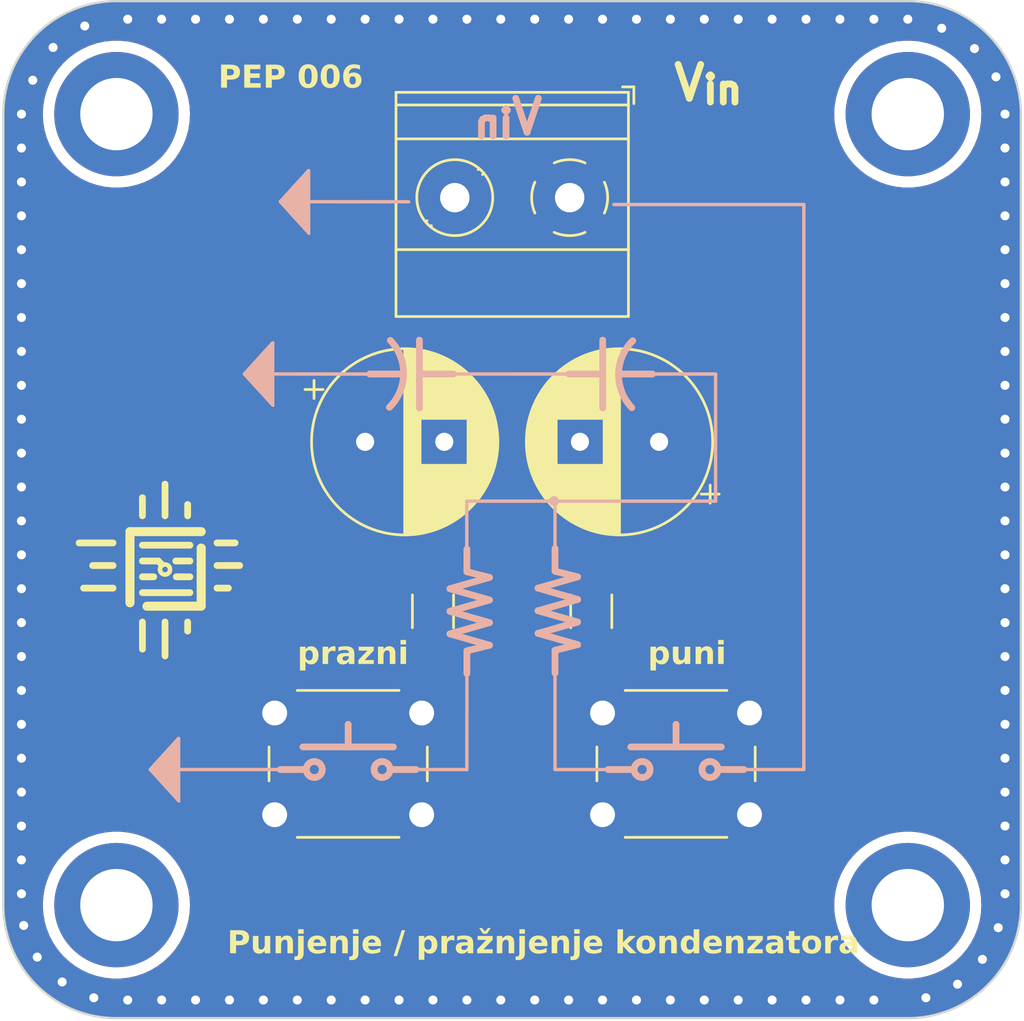
<source format=kicad_pcb>
(kicad_pcb (version 20240108) (generator "pcbnew") (generator_version "8.0")
  (layers (0 "F.Cu" signal) (31 "B.Cu" signal) (34 "B.Paste" user) (35 "F.Paste" user) (36 "B.SilkS" user "B.Silkscreen") (37 "F.SilkS" user "F.Silkscreen") (38 "B.Mask" user) (39 "F.Mask" user) (44 "Edge.Cuts" user))
  (net 0 "")
  (net 1 "0")
  (net 2 "Net-(C1-Pad2)")
  (net 3 "Output voltage")
  (net 4 "Input voltage")
  (net 5 "Net-(R1-Pad1)")
  (net 6 "Net-(R6-Pad1)")
  (footprint "Capacitor_THT:CP_Radial_D8.0mm_P3.50mm" (layer "F.Cu") (at 133 80.5 180)
    (property "Reference" "C1" (hide yes))
    (property "Value" "100u")
    (pad "1" thru_hole rect (at 0 0 180) (size 1.6 1.6) (drill 0.8) (layers "*.Cu" "*.Mask") (net 3 "Output voltage"))
    (pad "2" thru_hole circle (at 3.5 0 180) (size 1.6 1.6) (drill 0.8) (layers "*.Cu" "*.Mask") (net 2 "Net-(C1-Pad2)"))
  )
  (footprint "MountingHole:MountingHole_3.2mm_M3_ISO14580_Pad_TopBottom" (layer "F.Cu") (at 144 66)
    (property "Reference" "H3" (hide yes))
    (property "Value" "MountingHole")
    (pad "1" thru_hole circle (at 0 0) (size 3.6 3.6) (drill 3.2) (layers "*.Cu" "*.Mask"))
    (pad "1" connect circle (at 0 0) (size 5.5 5.5) (layers "F.Cu" "F.Mask"))
    (pad "1" connect circle (at 0 0) (size 5.5 5.5) (layers "B.Cu" "B.Mask"))
  )
  (footprint "Resistor_SMD:R_1206_3216Metric_Pad1.30x1.75mm_HandSolder" (layer "F.Cu") (at 123 88 90)
    (property "Reference" "R6" (hide yes))
    (property "Value" "100k" (hide yes))
    (pad "1" smd roundrect (at -1.55 0 90) (size 1.3 1.75) (layers "F.Cu" "F.Paste" "F.Mask") (roundrect_rratio 0.192308) (net 6 "Net-(R6-Pad1)"))
    (pad "2" smd roundrect (at 1.55 0 90) (size 1.3 1.75) (layers "F.Cu" "F.Paste" "F.Mask") (roundrect_rratio 0.192308) (net 3 "Output voltage"))
  )
  (footprint "Resistor_SMD:R_1206_3216Metric_Pad1.30x1.75mm_HandSolder" (layer "F.Cu") (at 130 88 90)
    (property "Reference" "R1" (hide yes))
    (property "Value" "100k" (hide yes))
    (pad "1" smd roundrect (at -1.55 0 90) (size 1.3 1.75) (layers "F.Cu" "F.Paste" "F.Mask") (roundrect_rratio 0.192308) (net 5 "Net-(R1-Pad1)"))
    (pad "2" smd roundrect (at 1.55 0 90) (size 1.3 1.75) (layers "F.Cu" "F.Paste" "F.Mask") (roundrect_rratio 0.192308) (net 3 "Output voltage"))
  )
  (footprint "MountingHole:MountingHole_3.2mm_M3_ISO14580_Pad_TopBottom" (layer "F.Cu") (at 144 101)
    (property "Reference" "H4" (hide yes))
    (property "Value" "MountingHole")
    (pad "1" thru_hole circle (at 0 0) (size 3.6 3.6) (drill 3.2) (layers "*.Cu" "*.Mask"))
    (pad "1" connect circle (at 0 0) (size 5.5 5.5) (layers "F.Cu" "F.Mask"))
    (pad "1" connect circle (at 0 0) (size 5.5 5.5) (layers "B.Cu" "B.Mask"))
  )
  (footprint "Button_Switch_THT:SW_PUSH_6mm_H4.3mm" (layer "F.Cu") (at 122.5 97 180)
    (property "Reference" "SW2" (hide yes))
    (property "Value" "SW_Push" (hide yes))
    (pad "1" thru_hole circle (at 0 0 270) (size 2 2) (drill 1.1) (layers "*.Cu" "*.Mask") (net 1 "0"))
    (pad "1" thru_hole circle (at 6.5 0 270) (size 2 2) (drill 1.1) (layers "*.Cu" "*.Mask") (net 1 "0"))
    (pad "2" thru_hole circle (at 0 4.5 270) (size 2 2) (drill 1.1) (layers "*.Cu" "*.Mask") (net 6 "Net-(R6-Pad1)"))
    (pad "2" thru_hole circle (at 6.5 4.5 270) (size 2 2) (drill 1.1) (layers "*.Cu" "*.Mask") (net 6 "Net-(R6-Pad1)"))
  )
  (footprint "Capacitor_THT:CP_Radial_D8.0mm_P3.50mm" (layer "F.Cu") (at 120 80.5)
    (property "Reference" "C2" (hide yes))
    (property "Value" "100u")
    (pad "1" thru_hole rect (at 0 0) (size 1.6 1.6) (drill 0.8) (layers "*.Cu" "*.Mask") (net 1 "0"))
    (pad "2" thru_hole circle (at 3.5 0) (size 1.6 1.6) (drill 0.8) (layers "*.Cu" "*.Mask") (net 2 "Net-(C1-Pad2)"))
  )
  (footprint "TerminalBlock_Phoenix:TerminalBlock_Phoenix_MKDS-1,5-2-5.08_1x02_P5.08mm_Horizontal" (layer "F.Cu") (at 129.045 69.695 180)
    (property "Reference" "J2" (hide yes))
    (property "Value" "Screw_Terminal_01x02")
    (pad "1" thru_hole rect (at 0 0 180) (size 2.6 2.6) (drill 1.3) (layers "*.Cu" "*.Mask") (net 4 "Input voltage"))
    (pad "2" thru_hole circle (at 5.08 0 180) (size 2.6 2.6) (drill 1.3) (layers "*.Cu" "*.Mask") (net 1 "0"))
  )
  (footprint "PEP:ele_petnica_logo" (layer "F.Cu") (at 111.15 86.15)
    (property "Reference" "REF**" (hide yes))
    (property "Value" "ele_petnica_logo" (hide yes))
  )
  (footprint "MountingHole:MountingHole_3.2mm_M3_ISO14580_Pad_TopBottom" (layer "F.Cu") (at 109 66)
    (property "Reference" "H2" (hide yes))
    (property "Value" "MountingHole")
    (pad "1" thru_hole circle (at 0 0) (size 3.6 3.6) (drill 3.2) (layers "*.Cu" "*.Mask"))
    (pad "1" connect circle (at 0 0) (size 5.5 5.5) (layers "F.Cu" "F.Mask"))
    (pad "1" connect circle (at 0 0) (size 5.5 5.5) (layers "B.Cu" "B.Mask"))
  )
  (footprint "Button_Switch_THT:SW_PUSH_6mm_H4.3mm" (layer "F.Cu") (at 137 97 180)
    (property "Reference" "SW1" (hide yes))
    (property "Value" "SW_Push" (hide yes))
    (pad "1" thru_hole circle (at 0 0 270) (size 2 2) (drill 1.1) (layers "*.Cu" "*.Mask") (net 4 "Input voltage"))
    (pad "1" thru_hole circle (at 6.5 0 270) (size 2 2) (drill 1.1) (layers "*.Cu" "*.Mask") (net 4 "Input voltage"))
    (pad "2" thru_hole circle (at 0 4.5 270) (size 2 2) (drill 1.1) (layers "*.Cu" "*.Mask") (net 5 "Net-(R1-Pad1)"))
    (pad "2" thru_hole circle (at 6.5 4.5 270) (size 2 2) (drill 1.1) (layers "*.Cu" "*.Mask") (net 5 "Net-(R1-Pad1)"))
  )
  (footprint "MountingHole:MountingHole_3.2mm_M3_ISO14580_Pad_TopBottom" (layer "F.Cu") (at 109 101 -90)
    (property "Reference" "H1" (hide yes))
    (property "Value" "MountingHole")
    (pad "1" thru_hole circle (at 0 0 270) (size 3.6 3.6) (drill 3.2) (layers "*.Cu" "*.Mask"))
    (pad "1" connect circle (at 0 0 270) (size 5.5 5.5) (layers "F.Cu" "F.Mask"))
    (pad "1" connect circle (at 0 0 270) (size 5.5 5.5) (layers "B.Cu" "B.Mask"))
  )
  (gr_line (start 130.509 79) (end 130.509 76) (stroke (width 0.3)) (layer "B.SilkS"))
  (gr_line (start 124.5 90.75) (end 124.5 89.75) (stroke (width 0.3)) (layer "B.SilkS"))
  (gr_line (start 135.603555 94.999997) (end 136.75 94.999997) (stroke (width 0.3)) (layer "B.SilkS"))
  (gr_line (start 121.926018 69.87862) (end 117.25 69.875) (stroke (width 0.15)) (layer "B.SilkS"))
  (gr_line (start 123.75 89) (end 125.5 88.5) (stroke (width 0.3)) (layer "B.SilkS"))
  (gr_line (start 139.402115 95) (end 136.15 94.999997) (stroke (width 0.15)) (layer "B.SilkS"))
  (gr_line (start 132.709 77.5) (end 131.209 77.5) (stroke (width 0.3)) (layer "B.SilkS"))
  (gr_line (start 129.397886 86.475) (end 128.397886 86.225) (stroke (width 0.3)) (layer "B.SilkS"))
  (gr_line (start 122.5 77.5) (end 123.9 77.5) (stroke (width 0.3)) (layer "B.SilkS"))
  (gr_circle (center 120.75 94.999997) (end 120.5 95.25) (stroke (width 0.3)) (fill none) (layer "B.SilkS"))
  (gr_line (start 111.75 93.625) (end 110.5 95) (stroke (width 0.15)) (layer "B.SilkS"))
  (gr_line (start 127.647886 88.975) (end 129.397886 88.475) (stroke (width 0.3)) (layer "B.SilkS"))
  (gr_line (start 123.75 87) (end 125.5 86.5) (stroke (width 0.3)) (layer "B.SilkS"))
  (gr_line (start 139.402115 70) (end 139.402115 95) (stroke (width 0.15)) (layer "B.SilkS"))
  (gr_line (start 128.397886 83.125) (end 128.397886 86.225) (stroke (width 0.15)) (layer "B.SilkS"))
  (gr_line (start 133.75 93) (end 133.75 94) (stroke (width 0.3)) (layer "B.SilkS"))
  (gr_circle (center 135.25 94.999997) (end 135 95.25) (stroke (width 0.3)) (fill none) (layer "B.SilkS"))
  (gr_line (start 128.397886 90.725) (end 128.397886 89.725) (stroke (width 0.3)) (layer "B.SilkS"))
  (gr_line (start 135.5 77.5) (end 132.826495 77.499095) (stroke (width 0.15)) (layer "B.SilkS"))
  (gr_poly (pts (xy 117.5 71.25) (xy 117.5 68.5) (xy 116.25 69.875)) (stroke (width 0.15)) (fill solid) (layer "B.SilkS"))
  (gr_line (start 131.896447 94.999997) (end 130.75 95) (stroke (width 0.3)) (layer "B.SilkS"))
  (gr_line (start 117.396447 94.999997) (end 116.25 95) (stroke (width 0.3)) (layer "B.SilkS"))
  (gr_line (start 131.75 94) (end 135.75 94) (stroke (width 0.3)) (layer "B.SilkS"))
  (gr_line (start 128.397886 89.725) (end 129.397886 89.475) (stroke (width 0.3)) (layer "B.SilkS"))
  (gr_line (start 125.5 87.5) (end 123.75 87) (stroke (width 0.3)) (layer "B.SilkS"))
  (gr_line (start 129.397886 87.475) (end 127.647886 86.975) (stroke (width 0.3)) (layer "B.SilkS"))
  (gr_line (start 129.397886 89.475) (end 127.647886 88.975) (stroke (width 0.3)) (layer "B.SilkS"))
  (gr_line (start 129.397886 88.475) (end 127.647886 87.975) (stroke (width 0.3)) (layer "B.SilkS"))
  (gr_line (start 135.5 83.125) (end 135.5 77.5) (stroke (width 0.15)) (layer "B.SilkS"))
  (gr_circle (center 132.25 94.999997) (end 132.5 95.249997) (stroke (width 0.3)) (fill none) (layer "B.SilkS"))
  (gr_line (start 124.495771 83.125) (end 135.5 83.125) (stroke (width 0.15)) (layer "B.SilkS"))
  (gr_line (start 122.147886 95) (end 124.5 95) (stroke (width 0.15)) (layer "B.SilkS"))
  (gr_line (start 131 70) (end 139.402115 70) (stroke (width 0.15)) (layer "B.SilkS"))
  (gr_line (start 122.4 76) (end 122.4 79) (stroke (width 0.3)) (layer "B.SilkS"))
  (gr_line (start 128.397886 95) (end 128.397886 89.725) (stroke (width 0.15)) (layer "B.SilkS"))
  (gr_line (start 120.2 77.5) (end 121.7 77.5) (stroke (width 0.3)) (layer "B.SilkS"))
  (gr_line (start 121.103555 94.999997) (end 122.25 94.999997) (stroke (width 0.3)) (layer "B.SilkS"))
  (gr_line (start 128.397886 86.225) (end 128.397886 85.225) (stroke (width 0.3)) (layer "B.SilkS"))
  (gr_line (start 128.397886 95) (end 130.75 95) (stroke (width 0.15)) (layer "B.SilkS"))
  (gr_poly (pts (xy 115.911991 78.87319) (xy 115.911991 76.12319) (xy 114.661991 77.49819)) (stroke (width 0.15)) (fill solid) (layer "B.SilkS"))
  (gr_line (start 130.409 77.5) (end 129.009 77.5) (stroke (width 0.3)) (layer "B.SilkS"))
  (gr_poly (pts (xy 111.75 96.375) (xy 111.75 93.625) (xy 110.5 95)) (stroke (width 0.15)) (fill solid) (layer "B.SilkS"))
  (gr_line (start 124.5 86.25) (end 124.5 85.25) (stroke (width 0.3)) (layer "B.SilkS"))
  (gr_arc (start 121.113592 76.01167) (mid 121.7 77.5) (end 121.074703 78.972415) (stroke (width 0.3)) (layer "B.SilkS"))
  (gr_line (start 117.5 68.5) (end 116.25 69.875) (stroke (width 0.15)) (layer "B.SilkS"))
  (gr_line (start 117.25 94) (end 121.25 94) (stroke (width 0.3)) (layer "B.SilkS"))
  (gr_circle (center 117.75 94.999997) (end 118 95.249997) (stroke (width 0.3)) (fill none) (layer "B.SilkS"))
  (gr_line (start 125.5 88.5) (end 123.75 88) (stroke (width 0.3)) (layer "B.SilkS"))
  (gr_line (start 123.75 88) (end 125.5 87.5) (stroke (width 0.3)) (layer "B.SilkS"))
  (gr_line (start 125.5 86.5) (end 124.5 86.25) (stroke (width 0.3)) (layer "B.SilkS"))
  (gr_line (start 124.495771 83.125) (end 124.495771 85.925) (stroke (width 0.15)) (layer "B.SilkS"))
  (gr_circle (center 128.352111 83.125) (end 128.227111 83.05) (stroke (width 0.15)) (fill none) (layer "B.SilkS"))
  (gr_line (start 124.5 89.75) (end 125.5 89.5) (stroke (width 0.3)) (layer "B.SilkS"))
  (gr_line (start 116.25 95) (end 111.5 95) (stroke (width 0.15)) (layer "B.SilkS"))
  (gr_line (start 120.338009 77.50181) (end 115.661991 77.49819) (stroke (width 0.15)) (layer "B.SilkS"))
  (gr_line (start 119.25 93) (end 119.25 94) (stroke (width 0.3)) (layer "B.SilkS"))
  (gr_line (start 115.911991 76.12319) (end 114.661991 77.49819) (stroke (width 0.15)) (layer "B.SilkS"))
  (gr_line (start 124.50181 90.661991) (end 124.5 95) (stroke (width 0.15)) (layer "B.SilkS"))
  (gr_line (start 125.5 89.5) (end 123.75 89) (stroke (width 0.3)) (layer "B.SilkS"))
  (gr_line (start 127.647886 87.975) (end 129.397886 87.475) (stroke (width 0.3)) (layer "B.SilkS"))
  (gr_line (start 129.009 77.5) (end 123.661991 77.49819) (stroke (width 0.15)) (layer "B.SilkS"))
  (gr_line (start 127.647886 86.975) (end 129.397886 86.475) (stroke (width 0.3)) (layer "B.SilkS"))
  (gr_arc (start 131.795408 78.98833) (mid 131.209 77.5) (end 131.834297 76.027585) (stroke (width 0.3)) (layer "B.SilkS"))
  (gr_line (start 144 106) (end 109 106) (stroke (width 0.1)) (layer "Edge.Cuts"))
  (gr_arc (start 144 61) (mid 147.535534 62.464466) (end 149 66) (stroke (width 0.1)) (layer "Edge.Cuts"))
  (gr_arc (start 149 101) (mid 147.535534 104.535534) (end 144 106) (stroke (width 0.1)) (layer "Edge.Cuts"))
  (gr_arc (start 104 66) (mid 105.464466 62.464466) (end 109 61) (stroke (width 0.1)) (layer "Edge.Cuts"))
  (gr_line (start 149 101) (end 149 66) (stroke (width 0.1)) (layer "Edge.Cuts"))
  (gr_arc (start 109 106) (mid 105.464466 104.535534) (end 104 101) (stroke (width 0.1)) (layer "Edge.Cuts"))
  (gr_line (start 109 61) (end 144 61) (stroke (width 0.1)) (layer "Edge.Cuts"))
  (gr_line (start 104 66) (end 104 101) (stroke (width 0.1)) (layer "Edge.Cuts"))
  (gr_text "V_{in}\n" (at 128 67 0) (layer "B.SilkS") (effects (font (size 1.5 1.5) (thickness 0.3) (bold yes)) (justify left bottom mirror)))
  (gr_text "puni" (at 132.5 90.5 0) (layer "F.SilkS") (effects (font (size 1 1) (thickness 0.2) (bold yes)) (justify left bottom)))
  (gr_text "Punjenje / pražnjenje kondenzatora" (at 113.9 103.3 0) (layer "F.SilkS") (effects (font (size 1 1) (thickness 0.2) (bold yes)) (justify left bottom)))
  (gr_text "prazni\n" (at 117 90.5 0) (layer "F.SilkS") (effects (font (size 1 1) (thickness 0.2) (bold yes)) (justify left bottom)))
  (gr_text "V_{in}\n" (at 133.5 65.5 0) (layer "F.SilkS") (effects (font (size 1.5 1.5) (thickness 0.3) (bold yes)) (justify left bottom)))
  (gr_text "PEP 006" (at 113.5 65 0) (layer "F.SilkS") (effects (font (size 1 1) (thickness 0.2) (bold yes)) (justify left bottom)))
  (via (at 148.3 97.5) (size 0.8) (drill 0.4) (layers "F.Cu" "B.Cu") (net 1))
  (via (at 126 105.2) (size 0.8) (drill 0.4) (layers "F.Cu" "B.Cu") (net 1))
  (via (at 148.3 99) (size 0.8) (drill 0.4) (layers "F.Cu" "B.Cu") (net 1))
  (via (at 148.3 67.5) (size 0.8) (drill 0.4) (layers "F.Cu" "B.Cu") (net 1))
  (via (at 104.8 72) (size 0.8) (drill 0.4) (layers "F.Cu" "B.Cu") (net 1))
  (via (at 104.8 76.5) (size 0.8) (drill 0.4) (layers "F.Cu" "B.Cu") (net 1))
  (via (at 104.8 96) (size 0.8) (drill 0.4) (layers "F.Cu" "B.Cu") (net 1))
  (via (at 120 61.8) (size 0.8) (drill 0.4) (layers "F.Cu" "B.Cu") (net 1))
  (via (at 127.5 61.8) (size 0.8) (drill 0.4) (layers "F.Cu" "B.Cu") (net 1))
  (via (at 104.8 84) (size 0.8) (drill 0.4) (layers "F.Cu" "B.Cu") (net 1))
  (via (at 109.5 105.2) (size 0.8) (drill 0.4) (layers "F.Cu" "B.Cu") (net 1))
  (via (at 107.6 62.1) (size 0.8) (drill 0.4) (layers "F.Cu" "B.Cu") (net 1))
  (via (at 120 105.2) (size 0.8) (drill 0.4) (layers "F.Cu" "B.Cu") (net 1))
  (via (at 104.8 97.5) (size 0.8) (drill 0.4) (layers "F.Cu" "B.Cu") (net 1))
  (via (at 144 61.8) (size 0.8) (drill 0.4) (layers "F.Cu" "B.Cu") (net 1))
  (via (at 105.5 103.3) (size 0.8) (drill 0.4) (layers "F.Cu" "B.Cu") (net 1))
  (via (at 148.3 91.5) (size 0.8) (drill 0.4) (layers "F.Cu" "B.Cu") (net 1))
  (via (at 111 61.8) (size 0.8) (drill 0.4) (layers "F.Cu" "B.Cu") (net 1))
  (via (at 124.5 61.8) (size 0.8) (drill 0.4) (layers "F.Cu" "B.Cu") (net 1))
  (via (at 115.5 61.8) (size 0.8) (drill 0.4) (layers "F.Cu" "B.Cu") (net 1))
  (via (at 109.5 61.8) (size 0.8) (drill 0.4) (layers "F.Cu" "B.Cu") (net 1))
  (via (at 146.2 104.5) (size 0.8) (drill 0.4) (layers "F.Cu" "B.Cu") (net 1))
  (via (at 129 61.8) (size 0.8) (drill 0.4) (layers "F.Cu" "B.Cu") (net 1))
  (via (at 114 105.2) (size 0.8) (drill 0.4) (layers "F.Cu" "B.Cu") (net 1))
  (via (at 147.9 64.35) (size 0.8) (drill 0.4) (layers "F.Cu" "B.Cu") (net 1))
  (via (at 112.5 61.8) (size 0.8) (drill 0.4) (layers "F.Cu" "B.Cu") (net 1))
  (via (at 129 105.2) (size 0.8) (drill 0.4) (layers "F.Cu" "B.Cu") (net 1))
  (via (at 148.3 82.5) (size 0.8) (drill 0.4) (layers "F.Cu" "B.Cu") (net 1))
  (via (at 148.3 73.5) (size 0.8) (drill 0.4) (layers "F.Cu" "B.Cu") (net 1))
  (via (at 104.8 90) (size 0.8) (drill 0.4) (layers "F.Cu" "B.Cu") (net 1))
  (via (at 141 61.8) (size 0.8) (drill 0.4) (layers "F.Cu" "B.Cu") (net 1))
  (via (at 132 61.8) (size 0.8) (drill 0.4) (layers "F.Cu" "B.Cu") (net 1))
  (via (at 106.6 104.4) (size 0.8) (drill 0.4) (layers "F.Cu" "B.Cu") (net 1))
  (via (at 104.8 82.5) (size 0.8) (drill 0.4) (layers "F.Cu" "B.Cu") (net 1))
  (via (at 104.8 66) (size 0.8) (drill 0.4) (layers "F.Cu" "B.Cu") (net 1))
  (via (at 118.5 105.2) (size 0.8) (drill 0.4) (layers "F.Cu" "B.Cu") (net 1))
  (via (at 104.8 75) (size 0.8) (drill 0.4) (layers "F.Cu" "B.Cu") (net 1))
  (via (at 104.8 99) (size 0.8) (drill 0.4) (layers "F.Cu" "B.Cu") (net 1))
  (via (at 104.8 79.5) (size 0.8) (drill 0.4) (layers "F.Cu" "B.Cu") (net 1))
  (via (at 130.5 61.8) (size 0.8) (drill 0.4) (layers "F.Cu" "B.Cu") (net 1))
  (via (at 141 105.2) (size 0.8) (drill 0.4) (layers "F.Cu" "B.Cu") (net 1))
  (via (at 142.5 61.8) (size 0.8) (drill 0.4) (layers "F.Cu" "B.Cu") (net 1))
  (via (at 145.5 62.2) (size 0.8) (drill 0.4) (layers "F.Cu" "B.Cu") (net 1))
  (via (at 104.8 67.5) (size 0.8) (drill 0.4) (layers "F.Cu" "B.Cu") (net 1))
  (via (at 148.3 66) (size 0.8) (drill 0.4) (layers "F.Cu" "B.Cu") (net 1))
  (via (at 104.8 70.5) (size 0.8) (drill 0.4) (layers "F.Cu" "B.Cu") (net 1))
  (via (at 118.5 61.8) (size 0.8) (drill 0.4) (layers "F.Cu" "B.Cu") (net 1))
  (via (at 104.8 69) (size 0.8) (drill 0.4) (layers "F.Cu" "B.Cu") (net 1))
  (via (at 148.3 100.5) (size 0.8) (drill 0.4) (layers "F.Cu" "B.Cu") (net 1))
  (via (at 106.2 63.05) (size 0.8) (drill 0.4) (layers "F.Cu" "B.Cu") (net 1))
  (via (at 148.3 79.5) (size 0.8) (drill 0.4) (layers "F.Cu" "B.Cu") (net 1))
  (via (at 121.5 105.2) (size 0.8) (drill 0.4) (layers "F.Cu" "B.Cu") (net 1))
  (via (at 121.5 61.8) (size 0.8) (drill 0.4) (layers "F.Cu" "B.Cu") (net 1))
  (via (at 144.8 105.1) (size 0.8) (drill 0.4) (layers "F.Cu" "B.Cu") (net 1))
  (via (at 104.8 81) (size 0.8) (drill 0.4) (layers "F.Cu" "B.Cu") (net 1))
  (via (at 139.5 61.8) (size 0.8) (drill 0.4) (layers "F.Cu" "B.Cu") (net 1))
  (via (at 148.3 88.5) (size 0.8) (drill 0.4) (layers "F.Cu" "B.Cu") (net 1))
  (via (at 148 102) (size 0.8) (drill 0.4) (layers "F.Cu" "B.Cu") (net 1))
  (via (at 127.5 105.2) (size 0.8) (drill 0.4) (layers "F.Cu" "B.Cu") (net 1))
  (via (at 148.3 81) (size 0.8) (drill 0.4) (layers "F.Cu" "B.Cu") (net 1))
  (via (at 133.5 105.2) (size 0.8) (drill 0.4) (layers "F.Cu" "B.Cu") (net 1))
  (via (at 124.5 105.2) (size 0.8) (drill 0.4) (layers "F.Cu" "B.Cu") (net 1))
  (via (at 148.3 70.5) (size 0.8) (drill 0.4) (layers "F.Cu" "B.Cu") (net 1))
  (via (at 133.5 61.8) (size 0.8) (drill 0.4) (layers "F.Cu" "B.Cu") (net 1))
  (via (at 148.3 84) (size 0.8) (drill 0.4) (layers "F.Cu" "B.Cu") (net 1))
  (via (at 148.3 85.5) (size 0.8) (drill 0.4) (layers "F.Cu" "B.Cu") (net 1))
  (via (at 148.3 93) (size 0.8) (drill 0.4) (layers "F.Cu" "B.Cu") (net 1))
  (via (at 148.3 75) (size 0.8) (drill 0.4) (layers "F.Cu" "B.Cu") (net 1))
  (via (at 147.3 103.4) (size 0.8) (drill 0.4) (layers "F.Cu" "B.Cu") (net 1))
  (via (at 104.8 85.5) (size 0.8) (drill 0.4) (layers "F.Cu" "B.Cu") (net 1))
  (via (at 148.3 72) (size 0.8) (drill 0.4) (layers "F.Cu" "B.Cu") (net 1))
  (via (at 123 61.8) (size 0.8) (drill 0.4) (layers "F.Cu" "B.Cu") (net 1))
  (via (at 139.5 105.2) (size 0.8) (drill 0.4) (layers "F.Cu" "B.Cu") (net 1))
  (via (at 114 61.8) (size 0.8) (drill 0.4) (layers "F.Cu" "B.Cu") (net 1))
  (via (at 115.5 105.2) (size 0.8) (drill 0.4) (layers "F.Cu" "B.Cu") (net 1))
  (via (at 138 61.8) (size 0.8) (drill 0.4) (layers "F.Cu" "B.Cu") (net 1))
  (via (at 117 61.8) (size 0.8) (drill 0.4) (layers "F.Cu" "B.Cu") (net 1))
  (via (at 126 61.8) (size 0.8) (drill 0.4) (layers "F.Cu" "B.Cu") (net 1))
  (via (at 123 105.2) (size 0.8) (drill 0.4) (layers "F.Cu" "B.Cu") (net 1))
  (via (at 142.5 105.2) (size 0.8) (drill 0.4) (layers "F.Cu" "B.Cu") (net 1))
  (via (at 148.3 90) (size 0.8) (drill 0.4) (layers "F.Cu" "B.Cu") (net 1))
  (via (at 105.3 64.5) (size 0.8) (drill 0.4) (layers "F.Cu" "B.Cu") (net 1))
  (via (at 136.5 61.8) (size 0.8) (drill 0.4) (layers "F.Cu" "B.Cu") (net 1))
  (via (at 132 105.2) (size 0.8) (drill 0.4) (layers "F.Cu" "B.Cu") (net 1))
  (via (at 148.3 87) (size 0.8) (drill 0.4) (layers "F.Cu" "B.Cu") (net 1))
  (via (at 135 105.2) (size 0.8) (drill 0.4) (layers "F.Cu" "B.Cu") (net 1))
  (via (at 104.8 73.5) (size 0.8) (drill 0.4) (layers "F.Cu" "B.Cu") (net 1))
  (via (at 104.8 87) (size 0.8) (drill 0.4) (layers "F.Cu" "B.Cu") (net 1))
  (via (at 104.8 78) (size 0.8) (drill 0.4) (layers "F.Cu" "B.Cu") (net 1))
  (via (at 104.9 101.9) (size 0.8) (drill 0.4) (layers "F.Cu" "B.Cu") (net 1))
  (via (at 135 61.8) (size 0.8) (drill 0.4) (layers "F.Cu" "B.Cu") (net 1))
  (via (at 148.3 78) (size 0.8) (drill 0.4) (layers "F.Cu" "B.Cu") (net 1))
  (via (at 104.8 100.5) (size 0.8) (drill 0.4) (layers "F.Cu" "B.Cu") (net 1))
  (via (at 136.5 105.2) (size 0.8) (drill 0.4) (layers "F.Cu" "B.Cu") (net 1))
  (via (at 138 105.2) (size 0.8) (drill 0.4) (layers "F.Cu" "B.Cu") (net 1))
  (via (at 104.8 88.5) (size 0.8) (drill 0.4) (layers "F.Cu" "B.Cu") (net 1))
  (via (at 148.3 94.5) (size 0.8) (drill 0.4) (layers "F.Cu" "B.Cu") (net 1))
  (via (at 146.95 63.1) (size 0.8) (drill 0.4) (layers "F.Cu" "B.Cu") (net 1))
  (via (at 148.3 69) (size 0.8) (drill 0.4) (layers "F.Cu" "B.Cu") (net 1))
  (via (at 148.3 76.5) (size 0.8) (drill 0.4) (layers "F.Cu" "B.Cu") (net 1))
  (via (at 111 105.2) (size 0.8) (drill 0.4) (layers "F.Cu" "B.Cu") (net 1))
  (via (at 130.5 105.2) (size 0.8) (drill 0.4) (layers "F.Cu" "B.Cu") (net 1))
  (via (at 104.8 91.5) (size 0.8) (drill 0.4) (layers "F.Cu" "B.Cu") (net 1))
  (via (at 104.8 93) (size 0.8) (drill 0.4) (layers "F.Cu" "B.Cu") (net 1))
  (via (at 112.5 105.2) (size 0.8) (drill 0.4) (layers "F.Cu" "B.Cu") (net 1))
  (via (at 117 105.2) (size 0.8) (drill 0.4) (layers "F.Cu" "B.Cu") (net 1))
  (via (at 148.3 96) (size 0.8) (drill 0.4) (layers "F.Cu" "B.Cu") (net 1))
  (via (at 108 105.1) (size 0.8) (drill 0.4) (layers "F.Cu" "B.Cu") (net 1))
  (via (at 104.8 94.5) (size 0.8) (drill 0.4) (layers "F.Cu" "B.Cu") (net 1))
  (segment (start 129.5 80.5) (end 123.5 80.5) (width 1) (layer "F.Cu") (net 2))
  (segment (start 130 86.45) (end 133 83.45) (width 1) (layer "F.Cu") (net 3))
  (segment (start 123 86.45) (end 130 86.45) (width 1) (layer "F.Cu") (net 3))
  (segment (start 133 83.45) (end 133 80.5) (width 1) (layer "F.Cu") (net 3))
  (segment (start 139.5 94.5) (end 139.5 80.15) (width 1) (layer "F.Cu") (net 4))
  (segment (start 139.5 80.15) (end 129.045 69.695) (width 1) (layer "F.Cu") (net 4))
  (segment (start 137 97) (end 139.5 94.5) (width 1) (layer "F.Cu") (net 4))
  (segment (start 130.5 97) (end 137 97) (width 1) (layer "F.Cu") (net 4))
  (segment (start 130.5 92.5) (end 137 92.5) (width 1) (layer "F.Cu") (net 5))
  (segment (start 130 92) (end 130.5 92.5) (width 1) (layer "F.Cu") (net 5))
  (segment (start 130 89.55) (end 130 92) (width 1) (layer "F.Cu") (net 5))
  (segment (start 122.5 92.5) (end 123 92) (width 1) (layer "F.Cu") (net 6))
  (segment (start 116 92.5) (end 122.5 92.5) (width 1) (layer "F.Cu") (net 6))
  (segment (start 123 92) (end 123 89.55) (width 1) (layer "F.Cu") (net 6))
  (zone (net 1) (net_name "0") (layer "F.Cu") (priority 1) (connect_pads (clearance 0.5)) (min_thickness 0.25) (fill yes (thermal_gap 0.5) (thermal_bridge_width 0.5))
    (polygon (pts (xy 104 61) (xy 149 61) (xy 149 106) (xy 104 106)))
  )
  (zone (net 1) (net_name "0") (layer "B.Cu") (priority 1) (connect_pads (clearance 0.5)) (min_thickness 0.25) (fill yes (thermal_gap 0.5) (thermal_bridge_width 0.5))
    (polygon (pts (xy 104 61) (xy 149 61) (xy 149 106) (xy 104 106)))
  )
)
</source>
